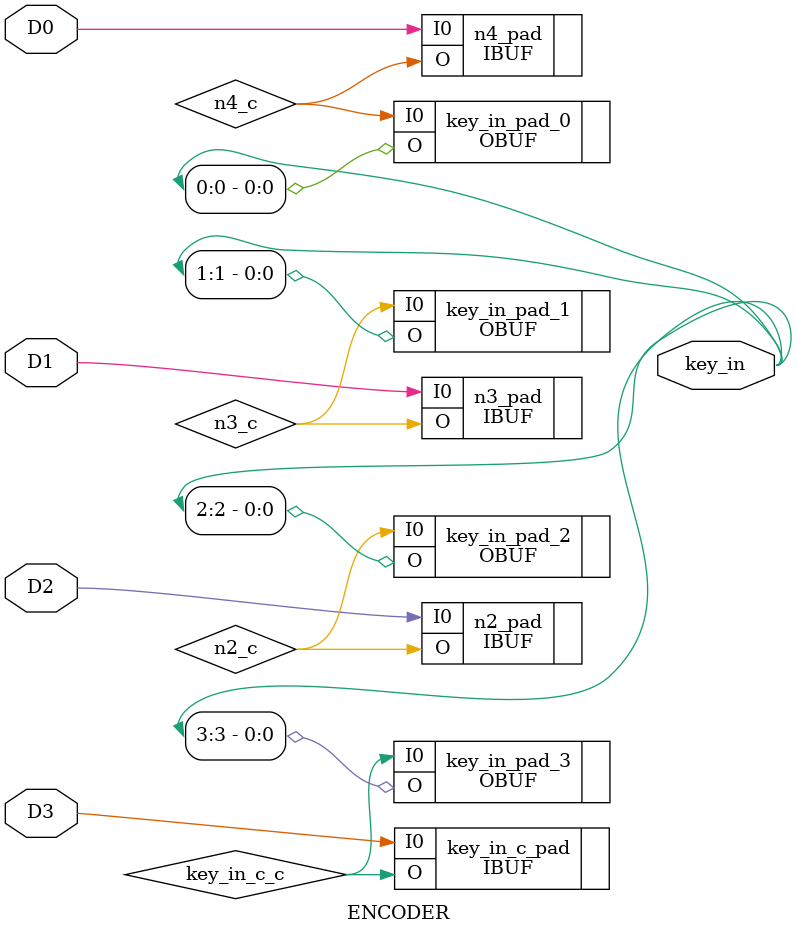
<source format=v>

module ENCODER (D0, D1, D2, D3, key_in);   // encoder.v(1[8:15])
    input D0;   // encoder.v(2[11:13])
    input D1;   // encoder.v(2[14:16])
    input D2;   // encoder.v(2[17:19])
    input D3;   // encoder.v(2[20:22])
    output [3:0]key_in;   // encoder.v(3[18:24])
    
    
    wire n4_c, n3_c, n2_c, key_in_c_c, pwr, gnd;
    
    OBUF key_in_pad_3 (.O(key_in[3]), .I0(key_in_c_c));   // E:/Bin/lse/userware/NT/SYNTHESIS_HEADERS/mach.v(270[8:12])
    OBUF key_in_pad_1 (.O(key_in[1]), .I0(n3_c));   // E:/Bin/lse/userware/NT/SYNTHESIS_HEADERS/mach.v(270[8:12])
    OBUF key_in_pad_0 (.O(key_in[0]), .I0(n4_c));   // E:/Bin/lse/userware/NT/SYNTHESIS_HEADERS/mach.v(270[8:12])
    IBUF n4_pad (.O(n4_c), .I0(D0));   // E:/Bin/lse/userware/NT/SYNTHESIS_HEADERS/mach.v(186[8:12])
    IBUF n3_pad (.O(n3_c), .I0(D1));   // E:/Bin/lse/userware/NT/SYNTHESIS_HEADERS/mach.v(186[8:12])
    IBUF n2_pad (.O(n2_c), .I0(D2));   // E:/Bin/lse/userware/NT/SYNTHESIS_HEADERS/mach.v(186[8:12])
    IBUF key_in_c_pad (.O(key_in_c_c), .I0(D3));   // E:/Bin/lse/userware/NT/SYNTHESIS_HEADERS/mach.v(186[8:12])
    VCC i35 (.X(pwr));
    OBUF key_in_pad_2 (.O(key_in[2]), .I0(n2_c));   // E:/Bin/lse/userware/NT/SYNTHESIS_HEADERS/mach.v(270[8:12])
    GND i34 (.X(gnd));
    
endmodule
//
// Verilog Description of module VCC
// module not written out since it is a black-box. 
//

//
// Verilog Description of module GND
// module not written out since it is a black-box. 
//


</source>
